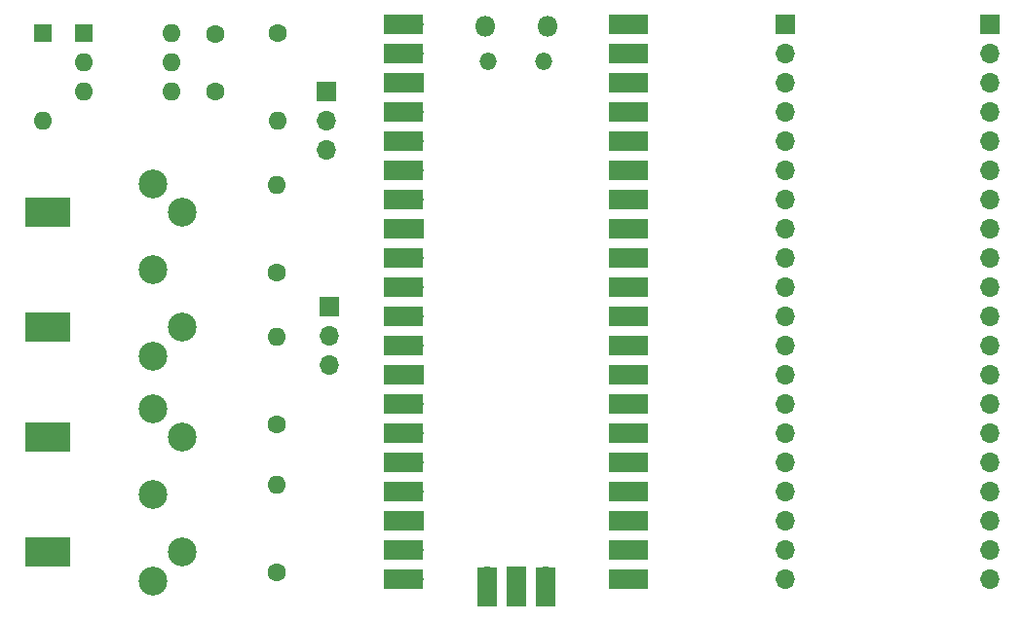
<source format=gbr>
%TF.GenerationSoftware,KiCad,Pcbnew,(6.0.5)*%
%TF.CreationDate,2022-08-17T14:37:10+01:00*%
%TF.ProjectId,PicoMIDIProto,5069636f-4d49-4444-9950-726f746f2e6b,rev?*%
%TF.SameCoordinates,Original*%
%TF.FileFunction,Soldermask,Top*%
%TF.FilePolarity,Negative*%
%FSLAX46Y46*%
G04 Gerber Fmt 4.6, Leading zero omitted, Abs format (unit mm)*
G04 Created by KiCad (PCBNEW (6.0.5)) date 2022-08-17 14:37:10*
%MOMM*%
%LPD*%
G01*
G04 APERTURE LIST*
%ADD10R,1.700000X1.700000*%
%ADD11O,1.700000X1.700000*%
%ADD12R,1.700000X3.500000*%
%ADD13R,3.500000X1.700000*%
%ADD14O,1.800000X1.800000*%
%ADD15O,1.500000X1.500000*%
%ADD16R,4.000000X2.500000*%
%ADD17C,2.499360*%
%ADD18C,1.600000*%
%ADD19O,1.600000X1.600000*%
%ADD20R,1.600000X1.600000*%
G04 APERTURE END LIST*
D10*
%TO.C,J6*%
X66802000Y-75184000D03*
D11*
X66802000Y-77724000D03*
X66802000Y-80264000D03*
%TD*%
D10*
%TO.C,J5*%
X67056000Y-93868000D03*
D11*
X67056000Y-96408000D03*
X67056000Y-98948000D03*
%TD*%
%TO.C,U2*%
X85852000Y-117372000D03*
D12*
X85852000Y-118272000D03*
D10*
X83312000Y-117372000D03*
D12*
X83312000Y-118272000D03*
D11*
X80772000Y-117372000D03*
D12*
X80772000Y-118272000D03*
D11*
X92202000Y-69342000D03*
D13*
X93102000Y-69342000D03*
D11*
X92202000Y-71882000D03*
D13*
X93102000Y-71882000D03*
D10*
X92202000Y-74422000D03*
D13*
X93102000Y-74422000D03*
X93102000Y-76962000D03*
D11*
X92202000Y-76962000D03*
X92202000Y-79502000D03*
D13*
X93102000Y-79502000D03*
D11*
X92202000Y-82042000D03*
D13*
X93102000Y-82042000D03*
X93102000Y-84582000D03*
D11*
X92202000Y-84582000D03*
D10*
X92202000Y-87122000D03*
D13*
X93102000Y-87122000D03*
D11*
X92202000Y-89662000D03*
D13*
X93102000Y-89662000D03*
X93102000Y-92202000D03*
D11*
X92202000Y-92202000D03*
X92202000Y-94742000D03*
D13*
X93102000Y-94742000D03*
D11*
X92202000Y-97282000D03*
D13*
X93102000Y-97282000D03*
D10*
X92202000Y-99822000D03*
D13*
X93102000Y-99822000D03*
X93102000Y-102362000D03*
D11*
X92202000Y-102362000D03*
D13*
X93102000Y-104902000D03*
D11*
X92202000Y-104902000D03*
D13*
X93102000Y-107442000D03*
D11*
X92202000Y-107442000D03*
X92202000Y-109982000D03*
D13*
X93102000Y-109982000D03*
X93102000Y-112522000D03*
D10*
X92202000Y-112522000D03*
D13*
X93102000Y-115062000D03*
D11*
X92202000Y-115062000D03*
X92202000Y-117602000D03*
D13*
X93102000Y-117602000D03*
X73522000Y-117602000D03*
D11*
X74422000Y-117602000D03*
D13*
X73522000Y-115062000D03*
D11*
X74422000Y-115062000D03*
D10*
X74422000Y-112522000D03*
D13*
X73522000Y-112522000D03*
D11*
X74422000Y-109982000D03*
D13*
X73522000Y-109982000D03*
X73522000Y-107442000D03*
D11*
X74422000Y-107442000D03*
X74422000Y-104902000D03*
D13*
X73522000Y-104902000D03*
X73522000Y-102362000D03*
D11*
X74422000Y-102362000D03*
D13*
X73522000Y-99822000D03*
D10*
X74422000Y-99822000D03*
D11*
X74422000Y-97282000D03*
D13*
X73522000Y-97282000D03*
D11*
X74422000Y-94742000D03*
D13*
X73522000Y-94742000D03*
X73522000Y-92202000D03*
D11*
X74422000Y-92202000D03*
X74422000Y-89662000D03*
D13*
X73522000Y-89662000D03*
X73522000Y-87122000D03*
D10*
X74422000Y-87122000D03*
D11*
X74422000Y-84582000D03*
D13*
X73522000Y-84582000D03*
X73522000Y-82042000D03*
D11*
X74422000Y-82042000D03*
D13*
X73522000Y-79502000D03*
D11*
X74422000Y-79502000D03*
X74422000Y-76962000D03*
D13*
X73522000Y-76962000D03*
X73522000Y-74422000D03*
D10*
X74422000Y-74422000D03*
D11*
X74422000Y-71882000D03*
D13*
X73522000Y-71882000D03*
X73522000Y-69342000D03*
D11*
X74422000Y-69342000D03*
D14*
X80587000Y-69472000D03*
X86037000Y-69472000D03*
D15*
X85737000Y-72502000D03*
X80887000Y-72502000D03*
%TD*%
D16*
%TO.C,J1*%
X42640300Y-85676740D03*
X42570300Y-95679260D03*
D17*
X51765200Y-98176080D03*
X51767740Y-90678000D03*
X51765200Y-83179920D03*
X54267100Y-95674180D03*
X54267100Y-85681820D03*
%TD*%
D18*
%TO.C,R2*%
X62484000Y-116967000D03*
D19*
X62484000Y-109347000D03*
%TD*%
%TO.C,R1*%
X62484000Y-83312000D03*
D18*
X62484000Y-90932000D03*
%TD*%
D10*
%TO.C,J4*%
X106680000Y-69347000D03*
D11*
X106680000Y-71887000D03*
X106680000Y-74427000D03*
X106680000Y-76967000D03*
X106680000Y-79507000D03*
X106680000Y-82047000D03*
X106680000Y-84587000D03*
X106680000Y-87127000D03*
X106680000Y-89667000D03*
X106680000Y-92207000D03*
X106680000Y-94747000D03*
X106680000Y-97287000D03*
X106680000Y-99827000D03*
X106680000Y-102367000D03*
X106680000Y-104907000D03*
X106680000Y-107447000D03*
X106680000Y-109987000D03*
X106680000Y-112527000D03*
X106680000Y-115067000D03*
X106680000Y-117607000D03*
%TD*%
D20*
%TO.C,U1*%
X45730000Y-70094000D03*
D19*
X45730000Y-72634000D03*
X45730000Y-75174000D03*
X53350000Y-75174000D03*
X53350000Y-72634000D03*
X53350000Y-70094000D03*
%TD*%
D18*
%TO.C,R4*%
X62611000Y-70104000D03*
D19*
X62611000Y-77724000D03*
%TD*%
D18*
%TO.C,R3*%
X62484000Y-104140000D03*
D19*
X62484000Y-96520000D03*
%TD*%
D18*
%TO.C,C1*%
X57150000Y-70144000D03*
X57150000Y-75144000D03*
%TD*%
D20*
%TO.C,D1*%
X42164000Y-70104000D03*
D19*
X42164000Y-77724000D03*
%TD*%
D10*
%TO.C,J3*%
X124460000Y-69347000D03*
D11*
X124460000Y-71887000D03*
X124460000Y-74427000D03*
X124460000Y-76967000D03*
X124460000Y-79507000D03*
X124460000Y-82047000D03*
X124460000Y-84587000D03*
X124460000Y-87127000D03*
X124460000Y-89667000D03*
X124460000Y-92207000D03*
X124460000Y-94747000D03*
X124460000Y-97287000D03*
X124460000Y-99827000D03*
X124460000Y-102367000D03*
X124460000Y-104907000D03*
X124460000Y-107447000D03*
X124460000Y-109987000D03*
X124460000Y-112527000D03*
X124460000Y-115067000D03*
X124460000Y-117607000D03*
%TD*%
D16*
%TO.C,J2*%
X42570300Y-115237260D03*
X42570300Y-105234740D03*
D17*
X51765200Y-117734080D03*
X51767740Y-110236000D03*
X51765200Y-102737920D03*
X54267100Y-115232180D03*
X54267100Y-105239820D03*
%TD*%
M02*

</source>
